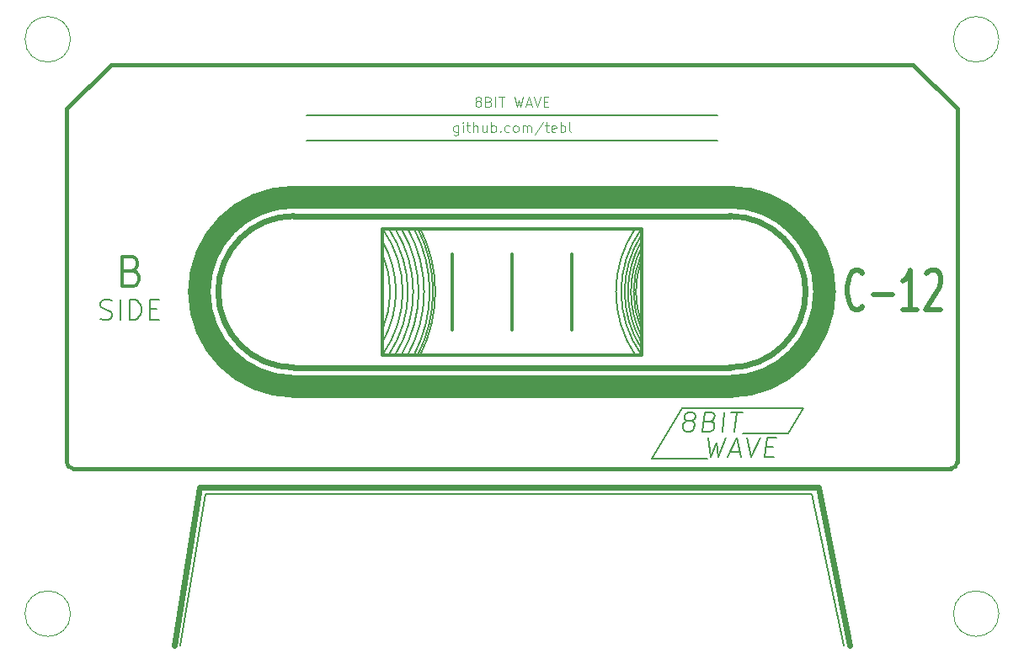
<source format=gto>
G04 #@! TF.GenerationSoftware,KiCad,Pcbnew,(5.1.8)-1*
G04 #@! TF.CreationDate,2021-01-16T01:08:56+01:00*
G04 #@! TF.ProjectId,8bitWave Backplate,38626974-5761-4766-9520-4261636b706c,rev?*
G04 #@! TF.SameCoordinates,Original*
G04 #@! TF.FileFunction,Legend,Top*
G04 #@! TF.FilePolarity,Positive*
%FSLAX46Y46*%
G04 Gerber Fmt 4.6, Leading zero omitted, Abs format (unit mm)*
G04 Created by KiCad (PCBNEW (5.1.8)-1) date 2021-01-16 01:08:56*
%MOMM*%
%LPD*%
G01*
G04 APERTURE LIST*
%ADD10C,0.150000*%
%ADD11C,0.300000*%
%ADD12C,2.300000*%
%ADD13C,0.400000*%
%ADD14C,0.600000*%
%ADD15C,0.500000*%
%ADD16C,0.200000*%
%ADD17C,0.100000*%
%ADD18C,0.120000*%
G04 APERTURE END LIST*
D10*
X107314999Y-102870000D02*
G75*
G02*
X107314999Y-110489999I-8889999J-3810000D01*
G01*
D11*
X120320000Y-102870000D02*
X120320000Y-110490000D01*
X126365000Y-102870000D02*
X126365000Y-110490000D01*
X114300000Y-102870000D02*
X114300000Y-110490000D01*
X107315000Y-113030000D02*
X107314999Y-100330001D01*
X133350000Y-113030000D02*
X133350000Y-100330000D01*
D10*
X133350001Y-111125000D02*
G75*
G02*
X133350001Y-102235001I8889999J4445000D01*
G01*
X133350002Y-109855000D02*
G75*
G02*
X133350001Y-103505001I8889998J3175000D01*
G01*
X133350001Y-110490000D02*
G75*
G02*
X133350001Y-102870001I8889999J3810000D01*
G01*
X133350001Y-111760000D02*
G75*
G02*
X133350001Y-101600001I8889999J5080000D01*
G01*
X133350001Y-112395000D02*
G75*
G02*
X133350001Y-100965001I8889999J5715000D01*
G01*
X133350001Y-113030000D02*
G75*
G02*
X133350001Y-100330001I8889999J6350000D01*
G01*
X132715001Y-113030000D02*
G75*
G02*
X132715001Y-100330001I9524999J6350000D01*
G01*
X107314999Y-101600000D02*
G75*
G02*
X107314999Y-111759999I-8889999J-5080000D01*
G01*
X107314999Y-100330000D02*
G75*
G02*
X107314999Y-113029999I-8889999J-6350000D01*
G01*
X107949999Y-100330000D02*
G75*
G02*
X107949999Y-113029999I-9524999J-6350000D01*
G01*
X109219998Y-100330001D02*
G75*
G02*
X109219999Y-113029999I-10794998J-6349999D01*
G01*
X108584999Y-100330000D02*
G75*
G02*
X108584999Y-113029999I-10159999J-6350000D01*
G01*
X109854999Y-100330000D02*
G75*
G02*
X109854999Y-113029999I-11429999J-6350000D01*
G01*
X110896392Y-100380018D02*
G75*
G02*
X110870999Y-113029999I-12471392J-6299982D01*
G01*
X110489999Y-100330000D02*
G75*
G02*
X110489999Y-113029999I-12064999J-6350000D01*
G01*
X111124998Y-100330000D02*
G75*
G02*
X111124999Y-113029999I-12699998J-6350000D01*
G01*
D11*
X133350000Y-113030000D02*
X107315000Y-113030000D01*
X107315000Y-100330000D02*
X133350000Y-100330000D01*
X82129285Y-104560714D02*
X82557857Y-104703571D01*
X82700714Y-104846428D01*
X82843571Y-105132142D01*
X82843571Y-105560714D01*
X82700714Y-105846428D01*
X82557857Y-105989285D01*
X82272142Y-106132142D01*
X81129285Y-106132142D01*
X81129285Y-103132142D01*
X82129285Y-103132142D01*
X82415000Y-103275000D01*
X82557857Y-103417857D01*
X82700714Y-103703571D01*
X82700714Y-103989285D01*
X82557857Y-104275000D01*
X82415000Y-104417857D01*
X82129285Y-104560714D01*
X81129285Y-104560714D01*
D12*
X88900000Y-106680000D02*
G75*
G03*
X98425000Y-116205000I9525000J0D01*
G01*
X98425000Y-97155000D02*
G75*
G03*
X88900000Y-106680000I0J-9525000D01*
G01*
X142240000Y-116205000D02*
G75*
G03*
X151765000Y-106680000I0J9525000D01*
G01*
X151765000Y-106680000D02*
G75*
G03*
X142240000Y-97155000I-9525000J0D01*
G01*
X98425000Y-97155000D02*
X142240000Y-97155000D01*
X98425000Y-116205000D02*
X142240000Y-116205000D01*
D13*
X76200000Y-124460000D02*
X164465000Y-124460000D01*
D14*
X142240000Y-99060000D02*
X98425000Y-99060000D01*
X98425000Y-114300000D02*
X142240000Y-114300000D01*
X90805000Y-106680000D02*
G75*
G03*
X98425000Y-114300000I7620000J0D01*
G01*
D15*
X155595238Y-108108571D02*
X155476190Y-108299047D01*
X155119047Y-108489523D01*
X154880952Y-108489523D01*
X154523809Y-108299047D01*
X154285714Y-107918095D01*
X154166666Y-107537142D01*
X154047619Y-106775238D01*
X154047619Y-106203809D01*
X154166666Y-105441904D01*
X154285714Y-105060952D01*
X154523809Y-104680000D01*
X154880952Y-104489523D01*
X155119047Y-104489523D01*
X155476190Y-104680000D01*
X155595238Y-104870476D01*
X156666666Y-106965714D02*
X158571428Y-106965714D01*
X161071428Y-108489523D02*
X159642857Y-108489523D01*
X160357142Y-108489523D02*
X160357142Y-104489523D01*
X160119047Y-105060952D01*
X159880952Y-105441904D01*
X159642857Y-105632380D01*
X162023809Y-104870476D02*
X162142857Y-104680000D01*
X162380952Y-104489523D01*
X162976190Y-104489523D01*
X163214285Y-104680000D01*
X163333333Y-104870476D01*
X163452380Y-105251428D01*
X163452380Y-105632380D01*
X163333333Y-106203809D01*
X161904761Y-108489523D01*
X163452380Y-108489523D01*
D10*
X78962619Y-109394523D02*
X79248333Y-109489761D01*
X79724523Y-109489761D01*
X79915000Y-109394523D01*
X80010238Y-109299285D01*
X80105476Y-109108809D01*
X80105476Y-108918333D01*
X80010238Y-108727857D01*
X79915000Y-108632619D01*
X79724523Y-108537380D01*
X79343571Y-108442142D01*
X79153095Y-108346904D01*
X79057857Y-108251666D01*
X78962619Y-108061190D01*
X78962619Y-107870714D01*
X79057857Y-107680238D01*
X79153095Y-107585000D01*
X79343571Y-107489761D01*
X79819761Y-107489761D01*
X80105476Y-107585000D01*
X80962619Y-109489761D02*
X80962619Y-107489761D01*
X81915000Y-109489761D02*
X81915000Y-107489761D01*
X82391190Y-107489761D01*
X82676904Y-107585000D01*
X82867380Y-107775476D01*
X82962619Y-107965952D01*
X83057857Y-108346904D01*
X83057857Y-108632619D01*
X82962619Y-109013571D01*
X82867380Y-109204047D01*
X82676904Y-109394523D01*
X82391190Y-109489761D01*
X81915000Y-109489761D01*
X83915000Y-108442142D02*
X84581666Y-108442142D01*
X84867380Y-109489761D02*
X83915000Y-109489761D01*
X83915000Y-107489761D01*
X84867380Y-107489761D01*
D16*
X99695000Y-88900000D02*
X140970000Y-88900000D01*
X99695000Y-91440000D02*
X140970000Y-91440000D01*
D17*
X114927738Y-89955714D02*
X114927738Y-90765238D01*
X114880119Y-90860476D01*
X114832500Y-90908095D01*
X114737261Y-90955714D01*
X114594404Y-90955714D01*
X114499166Y-90908095D01*
X114927738Y-90574761D02*
X114832500Y-90622380D01*
X114642023Y-90622380D01*
X114546785Y-90574761D01*
X114499166Y-90527142D01*
X114451547Y-90431904D01*
X114451547Y-90146190D01*
X114499166Y-90050952D01*
X114546785Y-90003333D01*
X114642023Y-89955714D01*
X114832500Y-89955714D01*
X114927738Y-90003333D01*
X115403928Y-90622380D02*
X115403928Y-89955714D01*
X115403928Y-89622380D02*
X115356309Y-89670000D01*
X115403928Y-89717619D01*
X115451547Y-89670000D01*
X115403928Y-89622380D01*
X115403928Y-89717619D01*
X115737261Y-89955714D02*
X116118214Y-89955714D01*
X115880119Y-89622380D02*
X115880119Y-90479523D01*
X115927738Y-90574761D01*
X116022976Y-90622380D01*
X116118214Y-90622380D01*
X116451547Y-90622380D02*
X116451547Y-89622380D01*
X116880119Y-90622380D02*
X116880119Y-90098571D01*
X116832500Y-90003333D01*
X116737261Y-89955714D01*
X116594404Y-89955714D01*
X116499166Y-90003333D01*
X116451547Y-90050952D01*
X117784880Y-89955714D02*
X117784880Y-90622380D01*
X117356309Y-89955714D02*
X117356309Y-90479523D01*
X117403928Y-90574761D01*
X117499166Y-90622380D01*
X117642023Y-90622380D01*
X117737261Y-90574761D01*
X117784880Y-90527142D01*
X118261071Y-90622380D02*
X118261071Y-89622380D01*
X118261071Y-90003333D02*
X118356309Y-89955714D01*
X118546785Y-89955714D01*
X118642023Y-90003333D01*
X118689642Y-90050952D01*
X118737261Y-90146190D01*
X118737261Y-90431904D01*
X118689642Y-90527142D01*
X118642023Y-90574761D01*
X118546785Y-90622380D01*
X118356309Y-90622380D01*
X118261071Y-90574761D01*
X119165833Y-90527142D02*
X119213452Y-90574761D01*
X119165833Y-90622380D01*
X119118214Y-90574761D01*
X119165833Y-90527142D01*
X119165833Y-90622380D01*
X120070595Y-90574761D02*
X119975357Y-90622380D01*
X119784880Y-90622380D01*
X119689642Y-90574761D01*
X119642023Y-90527142D01*
X119594404Y-90431904D01*
X119594404Y-90146190D01*
X119642023Y-90050952D01*
X119689642Y-90003333D01*
X119784880Y-89955714D01*
X119975357Y-89955714D01*
X120070595Y-90003333D01*
X120642023Y-90622380D02*
X120546785Y-90574761D01*
X120499166Y-90527142D01*
X120451547Y-90431904D01*
X120451547Y-90146190D01*
X120499166Y-90050952D01*
X120546785Y-90003333D01*
X120642023Y-89955714D01*
X120784880Y-89955714D01*
X120880119Y-90003333D01*
X120927738Y-90050952D01*
X120975357Y-90146190D01*
X120975357Y-90431904D01*
X120927738Y-90527142D01*
X120880119Y-90574761D01*
X120784880Y-90622380D01*
X120642023Y-90622380D01*
X121403928Y-90622380D02*
X121403928Y-89955714D01*
X121403928Y-90050952D02*
X121451547Y-90003333D01*
X121546785Y-89955714D01*
X121689642Y-89955714D01*
X121784880Y-90003333D01*
X121832500Y-90098571D01*
X121832500Y-90622380D01*
X121832500Y-90098571D02*
X121880119Y-90003333D01*
X121975357Y-89955714D01*
X122118214Y-89955714D01*
X122213452Y-90003333D01*
X122261071Y-90098571D01*
X122261071Y-90622380D01*
X123451547Y-89574761D02*
X122594404Y-90860476D01*
X123642023Y-89955714D02*
X124022976Y-89955714D01*
X123784880Y-89622380D02*
X123784880Y-90479523D01*
X123832500Y-90574761D01*
X123927738Y-90622380D01*
X124022976Y-90622380D01*
X124737261Y-90574761D02*
X124642023Y-90622380D01*
X124451547Y-90622380D01*
X124356309Y-90574761D01*
X124308690Y-90479523D01*
X124308690Y-90098571D01*
X124356309Y-90003333D01*
X124451547Y-89955714D01*
X124642023Y-89955714D01*
X124737261Y-90003333D01*
X124784880Y-90098571D01*
X124784880Y-90193809D01*
X124308690Y-90289047D01*
X125213452Y-90622380D02*
X125213452Y-89622380D01*
X125213452Y-90003333D02*
X125308690Y-89955714D01*
X125499166Y-89955714D01*
X125594404Y-90003333D01*
X125642023Y-90050952D01*
X125689642Y-90146190D01*
X125689642Y-90431904D01*
X125642023Y-90527142D01*
X125594404Y-90574761D01*
X125499166Y-90622380D01*
X125308690Y-90622380D01*
X125213452Y-90574761D01*
X126261071Y-90622380D02*
X126165833Y-90574761D01*
X126118214Y-90479523D01*
X126118214Y-89622380D01*
X116856309Y-87510952D02*
X116761071Y-87463333D01*
X116713452Y-87415714D01*
X116665833Y-87320476D01*
X116665833Y-87272857D01*
X116713452Y-87177619D01*
X116761071Y-87130000D01*
X116856309Y-87082380D01*
X117046785Y-87082380D01*
X117142023Y-87130000D01*
X117189642Y-87177619D01*
X117237261Y-87272857D01*
X117237261Y-87320476D01*
X117189642Y-87415714D01*
X117142023Y-87463333D01*
X117046785Y-87510952D01*
X116856309Y-87510952D01*
X116761071Y-87558571D01*
X116713452Y-87606190D01*
X116665833Y-87701428D01*
X116665833Y-87891904D01*
X116713452Y-87987142D01*
X116761071Y-88034761D01*
X116856309Y-88082380D01*
X117046785Y-88082380D01*
X117142023Y-88034761D01*
X117189642Y-87987142D01*
X117237261Y-87891904D01*
X117237261Y-87701428D01*
X117189642Y-87606190D01*
X117142023Y-87558571D01*
X117046785Y-87510952D01*
X117999166Y-87558571D02*
X118142023Y-87606190D01*
X118189642Y-87653809D01*
X118237261Y-87749047D01*
X118237261Y-87891904D01*
X118189642Y-87987142D01*
X118142023Y-88034761D01*
X118046785Y-88082380D01*
X117665833Y-88082380D01*
X117665833Y-87082380D01*
X117999166Y-87082380D01*
X118094404Y-87130000D01*
X118142023Y-87177619D01*
X118189642Y-87272857D01*
X118189642Y-87368095D01*
X118142023Y-87463333D01*
X118094404Y-87510952D01*
X117999166Y-87558571D01*
X117665833Y-87558571D01*
X118665833Y-88082380D02*
X118665833Y-87082380D01*
X118999166Y-87082380D02*
X119570595Y-87082380D01*
X119284880Y-88082380D02*
X119284880Y-87082380D01*
X120570595Y-87082380D02*
X120808690Y-88082380D01*
X120999166Y-87368095D01*
X121189642Y-88082380D01*
X121427738Y-87082380D01*
X121761071Y-87796666D02*
X122237261Y-87796666D01*
X121665833Y-88082380D02*
X121999166Y-87082380D01*
X122332500Y-88082380D01*
X122522976Y-87082380D02*
X122856309Y-88082380D01*
X123189642Y-87082380D01*
X123522976Y-87558571D02*
X123856309Y-87558571D01*
X123999166Y-88082380D02*
X123522976Y-88082380D01*
X123522976Y-87082380D01*
X123999166Y-87082380D01*
D16*
X153670000Y-142240000D02*
X150495000Y-127000000D01*
X86995000Y-142240000D02*
X89530000Y-127000000D01*
X150495000Y-127000000D02*
X89535000Y-127000000D01*
D14*
X149860000Y-106680000D02*
G75*
G03*
X142240000Y-99060000I-7620000J0D01*
G01*
X142240000Y-114300000D02*
G75*
G03*
X149860000Y-106680000I0J7620000D01*
G01*
X98425000Y-99060000D02*
G75*
G03*
X90805000Y-106680000I0J-7620000D01*
G01*
D13*
X160655000Y-83820000D02*
X80010000Y-83820000D01*
X165100000Y-123825000D02*
X165100000Y-88265000D01*
X164465000Y-124460000D02*
G75*
G03*
X165100000Y-123825000I0J635000D01*
G01*
X75565000Y-123825000D02*
X75565000Y-88265000D01*
X75565000Y-123825000D02*
G75*
G03*
X76200000Y-124460000I635000J0D01*
G01*
X160655000Y-83820000D02*
X165100000Y-88265000D01*
X80010000Y-83820000D02*
X75565000Y-88265000D01*
D14*
X88900000Y-126365000D02*
X151130000Y-126365000D01*
X88900000Y-126365000D02*
X86360000Y-142240000D01*
X151130000Y-126365000D02*
X154305000Y-142240000D01*
D18*
X75946000Y-139065000D02*
G75*
G03*
X75946000Y-139065000I-2286000J0D01*
G01*
X169291000Y-139065000D02*
G75*
G03*
X169291000Y-139065000I-2286000J0D01*
G01*
X169291000Y-81280000D02*
G75*
G03*
X169291000Y-81280000I-2286000J0D01*
G01*
X75946000Y-81280000D02*
G75*
G03*
X75946000Y-81280000I-2286000J0D01*
G01*
D10*
X149606000Y-118364000D02*
X137414000Y-118364000D01*
X134366000Y-123444000D02*
X139954000Y-123444000D01*
X148082000Y-120904000D02*
X149606000Y-118364000D01*
X134366000Y-123444000D02*
X137414000Y-118364000D01*
X143510000Y-120904000D02*
X148082000Y-120904000D01*
X140096026Y-121332761D02*
X140322217Y-123332761D01*
X140881741Y-121904190D01*
X141084122Y-123332761D01*
X141810312Y-121332761D01*
X142298407Y-122761333D02*
X143250788Y-122761333D01*
X142036502Y-123332761D02*
X142953169Y-121332761D01*
X143369836Y-123332761D01*
X144000788Y-121332761D02*
X144417455Y-123332761D01*
X145334122Y-121332761D01*
X145881741Y-122285142D02*
X146548407Y-122285142D01*
X146703169Y-123332761D02*
X145750788Y-123332761D01*
X146000788Y-121332761D01*
X146953169Y-121332761D01*
X137988502Y-119649904D02*
X137809931Y-119554666D01*
X137726598Y-119459428D01*
X137655169Y-119268952D01*
X137667074Y-119173714D01*
X137786122Y-118983238D01*
X137893264Y-118888000D01*
X138095645Y-118792761D01*
X138476598Y-118792761D01*
X138655169Y-118888000D01*
X138738502Y-118983238D01*
X138809931Y-119173714D01*
X138798026Y-119268952D01*
X138678979Y-119459428D01*
X138571836Y-119554666D01*
X138369455Y-119649904D01*
X137988502Y-119649904D01*
X137786122Y-119745142D01*
X137678979Y-119840380D01*
X137559931Y-120030857D01*
X137512312Y-120411809D01*
X137583741Y-120602285D01*
X137667074Y-120697523D01*
X137845645Y-120792761D01*
X138226598Y-120792761D01*
X138428979Y-120697523D01*
X138536122Y-120602285D01*
X138655169Y-120411809D01*
X138702788Y-120030857D01*
X138631360Y-119840380D01*
X138548026Y-119745142D01*
X138369455Y-119649904D01*
X140262312Y-119745142D02*
X140536122Y-119840380D01*
X140619455Y-119935619D01*
X140690883Y-120126095D01*
X140655169Y-120411809D01*
X140536122Y-120602285D01*
X140428979Y-120697523D01*
X140226598Y-120792761D01*
X139464693Y-120792761D01*
X139714693Y-118792761D01*
X140381360Y-118792761D01*
X140559931Y-118888000D01*
X140643264Y-118983238D01*
X140714693Y-119173714D01*
X140690883Y-119364190D01*
X140571836Y-119554666D01*
X140464693Y-119649904D01*
X140262312Y-119745142D01*
X139595645Y-119745142D01*
X141464693Y-120792761D02*
X141714693Y-118792761D01*
X142381360Y-118792761D02*
X143524217Y-118792761D01*
X142702788Y-120792761D02*
X142952788Y-118792761D01*
M02*

</source>
